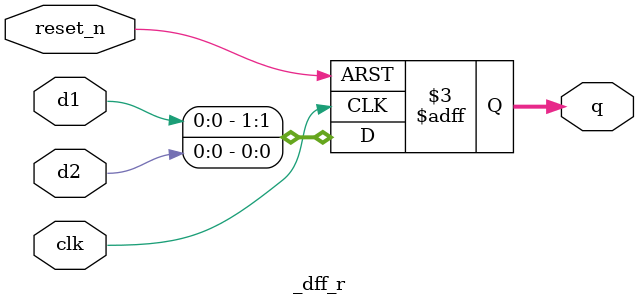
<source format=v>
module _dff_r(clk, reset_n, d1, d2, q);				// resettable flip flop
	input clk, reset_n;										// 2 inputs
	input d1,d2;												// 2 inputs
	output [1:0] q;											// 2bits output
	reg [1:0] q;												// 2bits reg
	
	always @ (posedge clk or negedge reset_n)			// whenever clk is rising edge or reset_n is falling edge
	begin
		if(reset_n == 0)	q <= 2'b0;						// if reset = 0, q is always 0
		else 					q <={d1,d2};					// otherwise, q={d1,d2}
	end
	
endmodule

</source>
